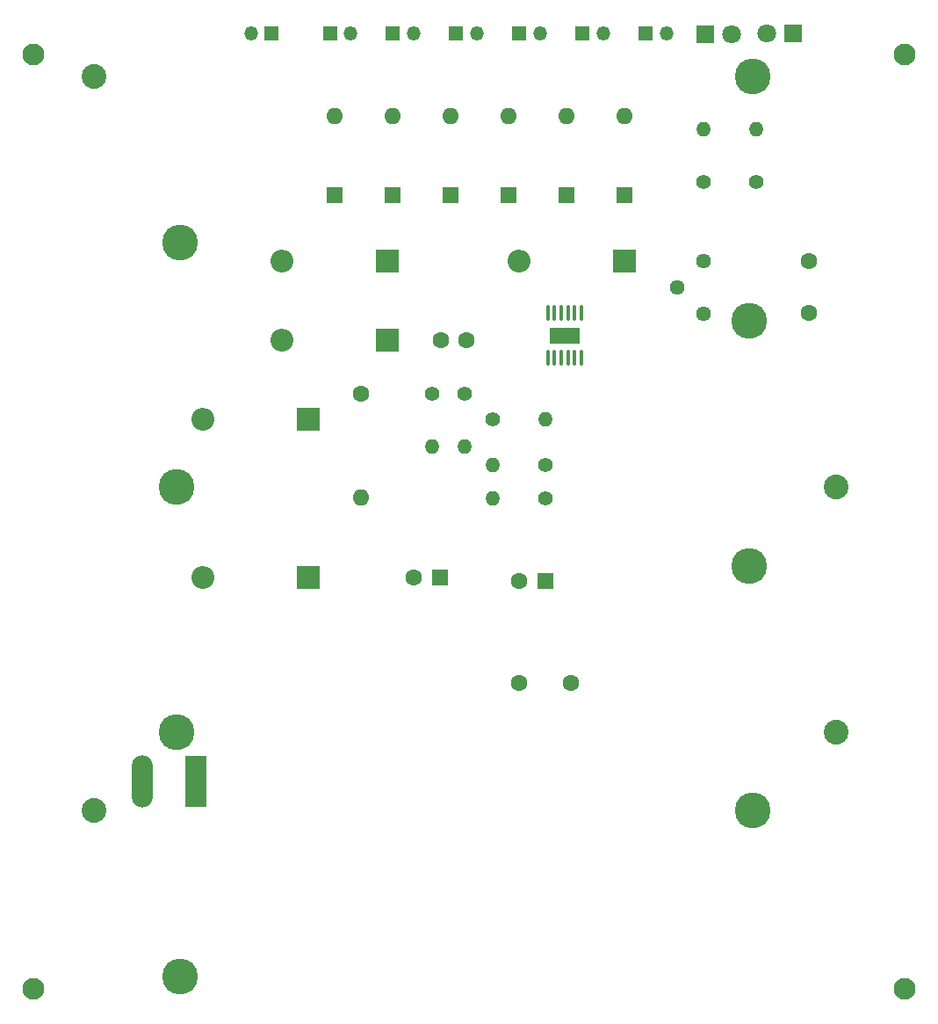
<source format=gbr>
%TF.GenerationSoftware,KiCad,Pcbnew,8.0.3-8.0.3-0~ubuntu22.04.1*%
%TF.CreationDate,2024-06-19T22:48:10+05:30*%
%TF.ProjectId,eps,6570732e-6b69-4636-9164-5f7063625858,rev?*%
%TF.SameCoordinates,Original*%
%TF.FileFunction,Soldermask,Bot*%
%TF.FilePolarity,Negative*%
%FSLAX46Y46*%
G04 Gerber Fmt 4.6, Leading zero omitted, Abs format (unit mm)*
G04 Created by KiCad (PCBNEW 8.0.3-8.0.3-0~ubuntu22.04.1) date 2024-06-19 22:48:10*
%MOMM*%
%LPD*%
G01*
G04 APERTURE LIST*
G04 Aperture macros list*
%AMRoundRect*
0 Rectangle with rounded corners*
0 $1 Rounding radius*
0 $2 $3 $4 $5 $6 $7 $8 $9 X,Y pos of 4 corners*
0 Add a 4 corners polygon primitive as box body*
4,1,4,$2,$3,$4,$5,$6,$7,$8,$9,$2,$3,0*
0 Add four circle primitives for the rounded corners*
1,1,$1+$1,$2,$3*
1,1,$1+$1,$4,$5*
1,1,$1+$1,$6,$7*
1,1,$1+$1,$8,$9*
0 Add four rect primitives between the rounded corners*
20,1,$1+$1,$2,$3,$4,$5,0*
20,1,$1+$1,$4,$5,$6,$7,0*
20,1,$1+$1,$6,$7,$8,$9,0*
20,1,$1+$1,$8,$9,$2,$3,0*%
G04 Aperture macros list end*
%ADD10C,2.100000*%
%ADD11C,2.390000*%
%ADD12C,3.450000*%
%ADD13R,1.600000X1.600000*%
%ADD14O,1.600000X1.600000*%
%ADD15R,1.350000X1.350000*%
%ADD16O,1.350000X1.350000*%
%ADD17C,1.600000*%
%ADD18R,2.020000X5.020000*%
%ADD19O,2.020000X5.020000*%
%ADD20O,1.400000X1.400000*%
%ADD21C,1.400000*%
%ADD22R,2.200000X2.200000*%
%ADD23O,2.200000X2.200000*%
%ADD24C,1.440000*%
%ADD25R,1.800000X1.800000*%
%ADD26C,1.800000*%
%ADD27RoundRect,0.100000X-0.100000X0.625000X-0.100000X-0.625000X0.100000X-0.625000X0.100000X0.625000X0*%
%ADD28R,2.850000X1.650000*%
G04 APERTURE END LIST*
D10*
%TO.C,REF\u002A\u002A*%
X103000000Y-126000000D03*
%TD*%
D11*
%TO.C,BT2*%
X180370000Y-101260000D03*
D12*
X172040000Y-85260000D03*
X116840000Y-101260000D03*
%TD*%
D11*
%TO.C,BT1*%
X108850000Y-38100000D03*
D12*
X117180000Y-54100000D03*
X172380000Y-38100000D03*
%TD*%
D10*
%TO.C,REF\u002A\u002A*%
X187000000Y-126000000D03*
%TD*%
D11*
%TO.C,BT4*%
X108850000Y-108840000D03*
D12*
X117180000Y-124840000D03*
X172380000Y-108840000D03*
%TD*%
D10*
%TO.C,REF\u002A\u002A*%
X187000000Y-36000000D03*
%TD*%
%TO.C,REF\u002A\u002A*%
X103000000Y-36000000D03*
%TD*%
D11*
%TO.C,BT3*%
X180370000Y-77680000D03*
D12*
X172040000Y-61680000D03*
X116840000Y-77680000D03*
%TD*%
D13*
%TO.C,D6*%
X160020000Y-49530000D03*
D14*
X160020000Y-41910000D03*
%TD*%
D15*
%TO.C,SC4*%
X149862500Y-34000000D03*
D16*
X151862500Y-34000000D03*
%TD*%
D15*
%TO.C,J2*%
X126000000Y-34000000D03*
D16*
X124000000Y-34000000D03*
%TD*%
D17*
%TO.C,L1*%
X134620000Y-68660000D03*
D14*
X134620000Y-78660000D03*
%TD*%
D18*
%TO.C,J1*%
X118680000Y-106000000D03*
D19*
X113500000Y-106000000D03*
%TD*%
D20*
%TO.C,R4*%
X141440000Y-73750000D03*
D21*
X141440000Y-68670000D03*
%TD*%
D17*
%TO.C,C1*%
X177800000Y-60880000D03*
X177800000Y-55880000D03*
%TD*%
D22*
%TO.C,D13*%
X129540000Y-86360000D03*
D23*
X119380000Y-86360000D03*
%TD*%
D21*
%TO.C,R6*%
X152400000Y-75590000D03*
D20*
X147320000Y-75590000D03*
%TD*%
D21*
%TO.C,R1*%
X147320000Y-71120000D03*
D20*
X152400000Y-71120000D03*
%TD*%
D13*
%TO.C,C2*%
X152360000Y-86750000D03*
D17*
X149860000Y-86750000D03*
%TD*%
D13*
%TO.C,C5*%
X142200000Y-86360000D03*
D17*
X139700000Y-86360000D03*
%TD*%
D24*
%TO.C,RV1*%
X167640000Y-60960000D03*
X165100000Y-58420000D03*
X167640000Y-55880000D03*
%TD*%
D21*
%TO.C,R5*%
X144590000Y-68670000D03*
D20*
X144590000Y-73750000D03*
%TD*%
D22*
%TO.C,D7*%
X160020000Y-55880000D03*
D23*
X149860000Y-55880000D03*
%TD*%
D22*
%TO.C,D11*%
X129540000Y-71120000D03*
D23*
X119380000Y-71120000D03*
%TD*%
D13*
%TO.C,D2*%
X137668000Y-49530000D03*
D14*
X137668000Y-41910000D03*
%TD*%
D21*
%TO.C,R7*%
X152400000Y-78740000D03*
D20*
X147320000Y-78740000D03*
%TD*%
D22*
%TO.C,D12*%
X137160000Y-55880000D03*
D23*
X127000000Y-55880000D03*
%TD*%
D13*
%TO.C,D3*%
X143256000Y-49530000D03*
D14*
X143256000Y-41910000D03*
%TD*%
D13*
%TO.C,D4*%
X148844000Y-49530000D03*
D14*
X148844000Y-41910000D03*
%TD*%
D15*
%TO.C,SC3*%
X143771875Y-34000000D03*
D16*
X145771875Y-34000000D03*
%TD*%
D21*
%TO.C,R3*%
X167640000Y-48260000D03*
D20*
X167640000Y-43180000D03*
%TD*%
D13*
%TO.C,D5*%
X154432000Y-49530000D03*
D14*
X154432000Y-41910000D03*
%TD*%
D22*
%TO.C,D8*%
X137160000Y-63500000D03*
D23*
X127000000Y-63500000D03*
%TD*%
D15*
%TO.C,SC6*%
X162043750Y-34000000D03*
D16*
X164043750Y-34000000D03*
%TD*%
D17*
%TO.C,C4*%
X154860000Y-96520000D03*
X149860000Y-96520000D03*
%TD*%
D15*
%TO.C,SC2*%
X137681250Y-34000000D03*
D16*
X139681250Y-34000000D03*
%TD*%
D17*
%TO.C,C3*%
X144780000Y-63500000D03*
X142280000Y-63500000D03*
%TD*%
D15*
%TO.C,SC5*%
X155953125Y-34000000D03*
D16*
X157953125Y-34000000D03*
%TD*%
D25*
%TO.C,D10*%
X167784375Y-34060000D03*
D26*
X170324375Y-34060000D03*
%TD*%
D21*
%TO.C,R2*%
X172720000Y-48260000D03*
D20*
X172720000Y-43180000D03*
%TD*%
D27*
%TO.C,U1*%
X152605000Y-60940000D03*
X153255000Y-60940000D03*
X153905000Y-60940000D03*
X154555000Y-60940000D03*
X155205000Y-60940000D03*
X155855000Y-60940000D03*
X155855000Y-65240000D03*
X155205000Y-65240000D03*
X154555000Y-65240000D03*
X153905000Y-65240000D03*
X153255000Y-65240000D03*
X152605000Y-65240000D03*
D28*
X154230000Y-63090000D03*
%TD*%
D13*
%TO.C,D1*%
X132080000Y-49530000D03*
D14*
X132080000Y-41910000D03*
%TD*%
D15*
%TO.C,SC1*%
X131590625Y-34000000D03*
D16*
X133590625Y-34000000D03*
%TD*%
D25*
%TO.C,D9*%
X176275000Y-34000000D03*
D26*
X173735000Y-34000000D03*
%TD*%
M02*

</source>
